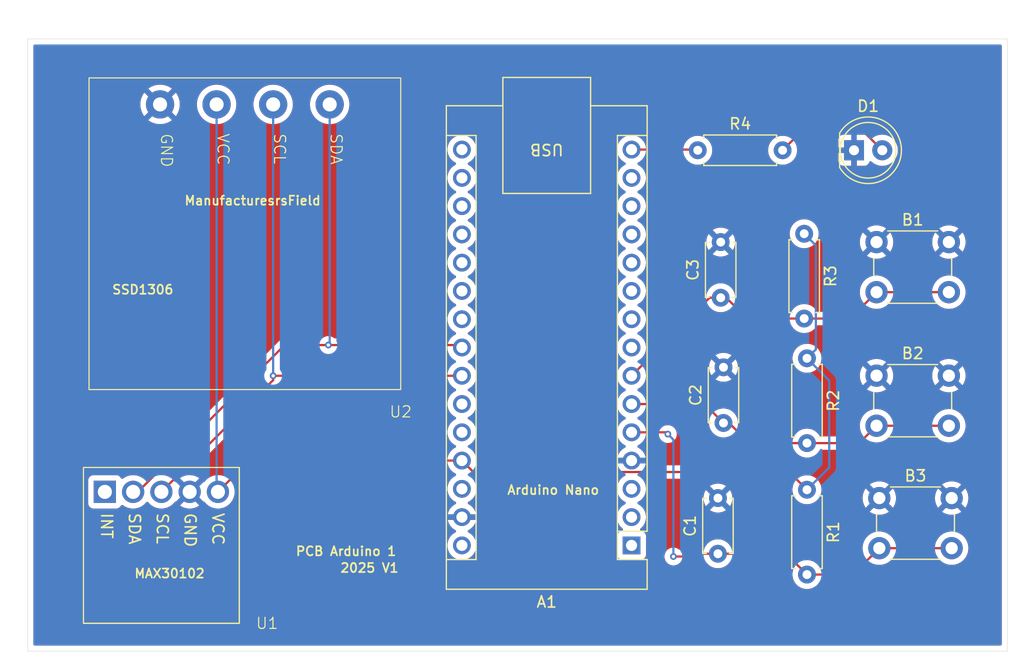
<source format=kicad_pcb>
(kicad_pcb (version 20241229) (generator "pcbnew") (generator_version "9.0")
  (layers (0 "F.Cu" signal "Front") (4 "In1.Cu" signal) (6 "In2.Cu" signal) (2 "B.Cu" signal "Back") (13 "F.Paste" user) (15 "B.Paste" user) (5 "F.SilkS" user) (7 "B.SilkS" user) (1 "F.Mask" user) (3 "B.Mask" user) (25 "Edge.Cuts" user))
  (net 0 "")
  (net 1 "GND")
  (net 2 "Net-(A1-D12)")
  (net 3 "+5V")
  (net 15 "Net-(A1-A5)")
  (net 16 "Net-(A1-A4)")
  (net 17 "Net-(A1-D3)")
  (net 19 "Net-(A1-D4)")
  (net 23 "Net-(A1-D2)")
  (net 30 "Net-(D1-A)")
  (footprint "Resistor_THT:R_Axial_DIN0207_L6.3mm_D2.5mm_P7.62mm_Horizontal" (layer "F.Cu") (at 123.69 73.5)
    (property "Reference" "R4" (at 3.81 -2.37 0) (layer "F.SilkS"))
    (property "Value" "1k")
    (fp_line (start 0.54 -1.37) (end 7.08 -1.37) (stroke (width 0.12)) (layer "F.SilkS"))
    (fp_line (start 0.54 -1.04) (end 0.54 -1.37) (stroke (width 0.12)) (layer "F.SilkS"))
    (fp_line (start 0.54 1.04) (end 0.54 1.37) (stroke (width 0.12)) (layer "F.SilkS"))
    (fp_line (start 0.54 1.37) (end 7.08 1.37) (stroke (width 0.12)) (layer "F.SilkS"))
    (fp_line (start 7.08 -1.37) (end 7.08 -1.04) (stroke (width 0.12)) (layer "F.SilkS"))
    (fp_line (start 7.08 1.37) (end 7.08 1.04) (stroke (width 0.12)) (layer "F.SilkS"))
    (pad "1" thru_hole circle (at 0 0) (size 1.6 1.6) (drill 0.8) (layers "*.Cu" "*.Mask") (net 2 "Net-(A1-D12)"))
    (pad "2" thru_hole circle (at 7.62 0) (size 1.6 1.6) (drill 0.8) (layers "*.Cu" "*.Mask") (net 30 "Net-(D1-A)"))
  )
  (footprint "Library:MAX30102" (layer "F.Cu") (at 75.5 108)
    (property "Reference" "U1" (at 9.5 8 0) (layer "F.SilkS") (effects (font (thickness 0.1))))
    (property "Value" "Max30102")
    (fp_line (start -7 -6) (end 7 -6) (stroke (width 0.1)) (layer "F.SilkS"))
    (fp_line (start -7 8) (end -7 -6) (stroke (width 0.1)) (layer "F.SilkS"))
    (fp_line (start 7 -6) (end 7 8) (stroke (width 0.1)) (layer "F.SilkS"))
    (fp_line (start 7 8) (end -7 8) (stroke (width 0.1)) (layer "F.SilkS"))
    (fp_rect (start -7 -6) (end 7 8) (stroke (width 0.1)) (fill no) (layer "F.SilkS"))
    (fp_text user "SCL" (at -0.5 -2 270) (layer "F.SilkS") (effects (justify left bottom)))
    (fp_text user "VCC" (at 4.5 -2 270) (layer "F.SilkS") (effects (justify left bottom)))
    (fp_text user "SDA" (at -3 -2 270) (layer "F.SilkS") (effects (justify left bottom)))
    (fp_text user "INT" (at -5.5 -2 270) (layer "F.SilkS") (effects (justify left bottom)))
    (fp_text user "GND" (at 2 -2 270) (layer "F.SilkS") (effects (justify left bottom)))
    (pad "1" thru_hole rect (at -5.08 -3.81) (size 2 2) (drill 1.27) (layers "*.Cu" "*.Mask"))
    (pad "2" thru_hole circle (at -2.54 -3.81) (size 2 2) (drill 1.27) (layers "*.Cu" "*.Mask") (net 16 "Net-(A1-A4)"))
    (pad "3" thru_hole circle (at 0 -3.81) (size 2 2) (drill 1.27) (layers "*.Cu" "*.Mask") (net 15 "Net-(A1-A5)"))
    (pad "4" thru_hole circle (at 2.54 -3.81) (size 2 2) (drill 1.27) (layers "*.Cu" "*.Mask") (net 1 "GND"))
    (pad "5" thru_hole circle (at 5.08 -3.81) (size 2 2) (drill 1.27) (layers "*.Cu" "*.Mask") (net 3 "+5V"))
  )
  (footprint "Resistor_THT:R_Axial_DIN0207_L6.3mm_D2.5mm_P7.62mm_Horizontal" (layer "F.Cu") (at 133.5 104 -90)
    (property "Reference" "R1" (at 3.81 -2.37 90) (layer "F.SilkS"))
    (property "Value" "1k")
    (fp_line (start 0.54 1.37) (end 7.08 1.37) (stroke (width 0.12)) (layer "F.SilkS"))
    (fp_line (start 7.08 1.37) (end 7.08 1.04) (stroke (width 0.12)) (layer "F.SilkS"))
    (fp_line (start 0.54 1.04) (end 0.54 1.37) (stroke (width 0.12)) (layer "F.SilkS"))
    (fp_line (start 0.54 -1.04) (end 0.54 -1.37) (stroke (width 0.12)) (layer "F.SilkS"))
    (fp_line (start 0.54 -1.37) (end 7.08 -1.37) (stroke (width 0.12)) (layer "F.SilkS"))
    (fp_line (start 7.08 -1.37) (end 7.08 -1.04) (stroke (width 0.12)) (layer "F.SilkS"))
    (pad "1" thru_hole circle (at 0 0 270) (size 1.6 1.6) (drill 0.8) (layers "*.Cu" "*.Mask") (net 3 "+5V"))
    (pad "2" thru_hole circle (at 7.62 0 270) (size 1.6 1.6) (drill 0.8) (layers "*.Cu" "*.Mask") (net 23 "Net-(A1-D2)"))
  )
  (footprint "LED_THT:LED_D5.0mm" (layer "F.Cu") (at 137.725 73.5)
    (property "Reference" "D1" (at 1.27 -3.96 0) (layer "F.SilkS"))
    (property "Value" "LED")
    (fp_line (start -1.29 -1.545) (end -1.29 1.545) (stroke (width 0.12)) (layer "F.SilkS"))
    (fp_arc (start -1.29 -1.54483) (mid 2.071779 -2.880495) (end 4.26 0) (stroke (width 0.12)) (layer "F.SilkS"))
    (fp_arc (start 4.26 0) (mid 2.071779 2.880495) (end -1.29 1.54483) (stroke (width 0.12)) (layer "F.SilkS"))
    (fp_circle (center 1.27 0) (end 3.77 0) (stroke (width 0.12)) (fill no) (layer "F.SilkS"))
    (pad "1" thru_hole rect (at 0 0) (size 1.8 1.8) (drill 0.9) (layers "*.Cu" "*.Mask") (net 1 "GND"))
    (pad "2" thru_hole circle (at 2.54 0) (size 1.8 1.8) (drill 0.9) (layers "*.Cu" "*.Mask") (net 30 "Net-(D1-A)"))
  )
  (footprint "Resistor_THT:R_Axial_DIN0207_L6.3mm_D2.5mm_P7.62mm_Horizontal" (layer "F.Cu") (at 133.5 92.19 -90)
    (property "Reference" "R2" (at 3.81 -2.37 90) (layer "F.SilkS"))
    (property "Value" "1k")
    (fp_line (start 0.54 1.37) (end 7.08 1.37) (stroke (width 0.12)) (layer "F.SilkS"))
    (fp_line (start 7.08 1.37) (end 7.08 1.04) (stroke (width 0.12)) (layer "F.SilkS"))
    (fp_line (start 0.54 1.04) (end 0.54 1.37) (stroke (width 0.12)) (layer "F.SilkS"))
    (fp_line (start 0.54 -1.04) (end 0.54 -1.37) (stroke (width 0.12)) (layer "F.SilkS"))
    (fp_line (start 0.54 -1.37) (end 7.08 -1.37) (stroke (width 0.12)) (layer "F.SilkS"))
    (fp_line (start 7.08 -1.37) (end 7.08 -1.04) (stroke (width 0.12)) (layer "F.SilkS"))
    (pad "1" thru_hole circle (at 0 0 270) (size 1.6 1.6) (drill 0.8) (layers "*.Cu" "*.Mask") (net 3 "+5V"))
    (pad "2" thru_hole circle (at 7.62 0 270) (size 1.6 1.6) (drill 0.8) (layers "*.Cu" "*.Mask") (net 17 "Net-(A1-D3)"))
  )
  (footprint "Capacitor_THT:C_Disc_D4.7mm_W2.5mm_P5.00mm" (layer "F.Cu") (at 125.75 86.75 90)
    (property "Reference" "C3" (at 2.5 -2.5 90) (layer "F.SilkS"))
    (property "Value" "100n")
    (fp_line (start 4.97 -1.37) (end 4.97 -1.04) (stroke (width 0.12)) (layer "F.SilkS"))
    (fp_line (start 0.03 -1.37) (end 4.97 -1.37) (stroke (width 0.12)) (layer "F.SilkS"))
    (fp_line (start 0.03 -1.04) (end 0.03 -1.37) (stroke (width 0.12)) (layer "F.SilkS"))
    (fp_line (start 4.97 1.04) (end 4.97 1.37) (stroke (width 0.12)) (layer "F.SilkS"))
    (fp_line (start 4.97 1.37) (end 0.03 1.37) (stroke (width 0.12)) (layer "F.SilkS"))
    (fp_line (start 0.03 1.37) (end 0.03 1.04) (stroke (width 0.12)) (layer "F.SilkS"))
    (pad "1" thru_hole circle (at 0 0 90) (size 1.6 1.6) (drill 0.8) (layers "*.Cu" "*.Mask") (net 19 "Net-(A1-D4)"))
    (pad "2" thru_hole circle (at 5 0 90) (size 1.6 1.6) (drill 0.8) (layers "*.Cu" "*.Mask") (net 1 "GND"))
  )
  (footprint "Capacitor_THT:C_Disc_D4.7mm_W2.5mm_P5.00mm" (layer "F.Cu") (at 125.5 109.75 90)
    (property "Reference" "C1" (at 2.5 -2.5 90) (layer "F.SilkS"))
    (property "Value" "100n")
    (fp_line (start 4.97 -1.37) (end 4.97 -1.04) (stroke (width 0.12)) (layer "F.SilkS"))
    (fp_line (start 0.03 -1.37) (end 4.97 -1.37) (stroke (width 0.12)) (layer "F.SilkS"))
    (fp_line (start 0.03 -1.04) (end 0.03 -1.37) (stroke (width 0.12)) (layer "F.SilkS"))
    (fp_line (start 4.97 1.04) (end 4.97 1.37) (stroke (width 0.12)) (layer "F.SilkS"))
    (fp_line (start 4.97 1.37) (end 0.03 1.37) (stroke (width 0.12)) (layer "F.SilkS"))
    (fp_line (start 0.03 1.37) (end 0.03 1.04) (stroke (width 0.12)) (layer "F.SilkS"))
    (pad "1" thru_hole circle (at 0 0 90) (size 1.6 1.6) (drill 0.8) (layers "*.Cu" "*.Mask") (net 23 "Net-(A1-D2)"))
    (pad "2" thru_hole circle (at 5 0 90) (size 1.6 1.6) (drill 0.8) (layers "*.Cu" "*.Mask") (net 1 "GND"))
  )
  (footprint "Module:Arduino_Nano" (layer "F.Cu") (at 117.74 109 180)
    (property "Reference" "A1" (at 7.62 -5.08 0) (layer "F.SilkS"))
    (property "Value" "Arduino_Nano_v3.x")
    (fp_line (start 16.64 39.5) (end 16.64 -3.94) (stroke (width 0.12)) (layer "F.SilkS"))
    (fp_line (start 16.64 39.5) (end 11.56 39.5) (stroke (width 0.12)) (layer "F.SilkS"))
    (fp_line (start 16.64 -3.94) (end -1.4 -3.94) (stroke (width 0.12)) (layer "F.SilkS"))
    (fp_line (start 13.97 36.83) (end 16.64 36.83) (stroke (width 0.12)) (layer "F.SilkS"))
    (fp_line (start 13.97 -1.27) (end 16.64 -1.27) (stroke (width 0.12)) (layer "F.SilkS"))
    (fp_line (start 13.97 -1.27) (end 13.97 36.83) (stroke (width 0.12)) (layer "F.SilkS"))
    (fp_line (start 11.56 42.04) (end 3.68 42.04) (stroke (width 0.12)) (layer "F.SilkS"))
    (fp_line (start 11.56 31.62) (end 11.56 42.04) (stroke (width 0.12)) (layer "F.SilkS"))
    (fp_line (start 3.68 42.04) (end 3.68 31.62) (stroke (width 0.12)) (layer "F.SilkS"))
    (fp_line (start 3.68 31.62) (end 11.56 31.62) (stroke (width 0.12)) (layer "F.SilkS"))
    (fp_line (start 1.27 36.83) (end -1.4 36.83) (stroke (width 0.12)) (layer "F.SilkS"))
    (fp_line (start 1.27 1.27) (end 1.27 36.83) (stroke (width 0.12)) (layer "F.SilkS"))
    (fp_line (start 1.27 1.27) (end 1.27 -1.27) (stroke (width 0.12)) (layer "F.SilkS"))
    (fp_line (start 1.27 1.27) (end -1.4 1.27) (stroke (width 0.12)) (layer "F.SilkS"))
    (fp_line (start 1.27 -1.27) (end -1.4 -1.27) (stroke (width 0.12)) (layer "F.SilkS"))
    (fp_line (start -1.4 39.5) (end 3.68 39.5) (stroke (width 0.12)) (layer "F.SilkS"))
    (fp_line (start -1.4 1.27) (end -1.4 39.5) (stroke (width 0.12)) (layer "F.SilkS"))
    (fp_line (start -1.4 -3.94) (end -1.4 -1.27) (stroke (width 0.12)) (layer "F.SilkS"))
    (fp_text user "USB" (at 7.62 35.56 180) (layer "F.SilkS"))
    (pad "1" thru_hole rect (at 0 0 180) (size 1.6 1.6) (drill 1) (layers "*.Cu" "*.Mask"))
    (pad "2" thru_hole oval (at 0 2.54 180) (size 1.6 1.6) (drill 1) (layers "*.Cu" "*.Mask"))
    (pad "3" thru_hole oval (at 0 5.08 180) (size 1.6 1.6) (drill 1) (layers "*.Cu" "*.Mask"))
    (pad "4" thru_hole oval (at 0 7.62 180) (size 1.6 1.6) (drill 1) (layers "*.Cu" "*.Mask") (net 1 "GND"))
    (pad "5" thru_hole oval (at 0 10.16 180) (size 1.6 1.6) (drill 1) (layers "*.Cu" "*.Mask") (net 23 "Net-(A1-D2)"))
    (pad "6" thru_hole oval (at 0 12.7 180) (size 1.6 1.6) (drill 1) (layers "*.Cu" "*.Mask") (net 17 "Net-(A1-D3)"))
    (pad "7" thru_hole oval (at 0 15.24 180) (size 1.6 1.6) (drill 1) (layers "*.Cu" "*.Mask") (net 19 "Net-(A1-D4)"))
    (pad "8" thru_hole oval (at 0 17.78 180) (size 1.6 1.6) (drill 1) (layers "*.Cu" "*.Mask"))
    (pad "9" thru_hole oval (at 0 20.32 180) (size 1.6 1.6) (drill 1) (layers "*.Cu" "*.Mask"))
    (pad "10" thru_hole oval (at 0 22.86 180) (size 1.6 1.6) (drill 1) (layers "*.Cu" "*.Mask"))
    (pad "11" thru_hole oval (at 0 25.4 180) (size 1.6 1.6) (drill 1) (layers "*.Cu" "*.Mask"))
    (pad "12" thru_hole oval (at 0 27.94 180) (size 1.6 1.6) (drill 1) (layers "*.Cu" "*.Mask"))
    (pad "13" thru_hole oval (at 0 30.48 180) (size 1.6 1.6) (drill 1) (layers "*.Cu" "*.Mask"))
    (pad "14" thru_hole oval (at 0 33.02 180) (size 1.6 1.6) (drill 1) (layers "*.Cu" "*.Mask"))
    (pad "15" thru_hole oval (at 0 35.56 180) (size 1.6 1.6) (drill 1) (layers "*.Cu" "*.Mask") (net 2 "Net-(A1-D12)"))
    (pad "16" thru_hole oval (at 15.24 35.56 180) (size 1.6 1.6) (drill 1) (layers "*.Cu" "*.Mask"))
    (pad "17" thru_hole oval (at 15.24 33.02 180) (size 1.6 1.6) (drill 1) (layers "*.Cu" "*.Mask"))
    (pad "18" thru_hole oval (at 15.24 30.48 180) (size 1.6 1.6) (drill 1) (layers "*.Cu" "*.Mask"))
    (pad "19" thru_hole oval (at 15.24 27.94 180) (size 1.6 1.6) (drill 1) (layers "*.Cu" "*.Mask"))
    (pad "20" thru_hole oval (at 15.24 25.4 180) (size 1.6 1.6) (drill 1) (layers "*.Cu" "*.Mask"))
    (pad "21" thru_hole oval (at 15.24 22.86 180) (size 1.6 1.6) (drill 1) (layers "*.Cu" "*.Mask"))
    (pad "22" thru_hole oval (at 15.24 20.32 180) (size 1.6 1.6) (drill 1) (layers "*.Cu" "*.Mask"))
    (pad "23" thru_hole oval (at 15.24 17.78 180) (size 1.6 1.6) (drill 1) (layers "*.Cu" "*.Mask") (net 16 "Net-(A1-A4)"))
    (pad "24" thru_hole oval (at 15.24 15.24 180) (size 1.6 1.6) (drill 1) (layers "*.Cu" "*.Mask") (net 15 "Net-(A1-A5)"))
    (pad "25" thru_hole oval (at 15.24 12.7 180) (size 1.6 1.6) (drill 1) (layers "*.Cu" "*.Mask"))
    (pad "26" thru_hole oval (at 15.24 10.16 180) (size 1.6 1.6) (drill 1) (layers "*.Cu" "*.Mask"))
    (pad "27" thru_hole oval (at 15.24 7.62 180) (size 1.6 1.6) (drill 1) (layers "*.Cu" "*.Mask") (net 3 "+5V"))
    (pad "28" thru_hole oval (at 15.24 5.08 180) (size 1.6 1.6) (drill 1) (layers "*.Cu" "*.Mask"))
    (pad "29" thru_hole oval (at 15.24 2.54 180) (size 1.6 1.6) (drill 1) (layers "*.Cu" "*.Mask") (net 1 "GND"))
    (pad "30" thru_hole oval (at 15.24 0 180) (size 1.6 1.6) (drill 1) (layers "*.Cu" "*.Mask"))
  )
  (footprint "Capacitor_THT:C_Disc_D4.7mm_W2.5mm_P5.00mm" (layer "F.Cu") (at 126 98 90)
    (property "Reference" "C2" (at 2.5 -2.5 90) (layer "F.SilkS"))
    (property "Value" "100n")
    (fp_line (start 4.97 -1.37) (end 4.97 -1.04) (stroke (width 0.12)) (layer "F.SilkS"))
    (fp_line (start 0.03 -1.37) (end 4.97 -1.37) (stroke (width 0.12)) (layer "F.SilkS"))
    (fp_line (start 0.03 -1.04) (end 0.03 -1.37) (stroke (width 0.12)) (layer "F.SilkS"))
    (fp_line (start 4.97 1.04) (end 4.97 1.37) (stroke (width 0.12)) (layer "F.SilkS"))
    (fp_line (start 4.97 1.37) (end 0.03 1.37) (stroke (width 0.12)) (layer "F.SilkS"))
    (fp_line (start 0.03 1.37) (end 0.03 1.04) (stroke (width 0.12)) (layer "F.SilkS"))
    (pad "1" thru_hole circle (at 0 0 90) (size 1.6 1.6) (drill 0.8) (layers "*.Cu" "*.Mask") (net 17 "Net-(A1-D3)"))
    (pad "2" thru_hole circle (at 5 0 90) (size 1.6 1.6) (drill 0.8) (layers "*.Cu" "*.Mask") (net 1 "GND"))
  )
  (footprint "Button_Switch_THT:SW_PUSH_6mm" (layer "F.Cu") (at 140 104.75)
    (property "Reference" "B3" (at 3.25 -2 0) (layer "F.SilkS"))
    (property "Value" "SW_Push")
    (fp_line (start -0.25 1.5) (end -0.25 3) (stroke (width 0.12)) (layer "F.SilkS"))
    (fp_line (start 1 5.5) (end 5.5 5.5) (stroke (width 0.12)) (layer "F.SilkS"))
    (fp_line (start 5.5 -1) (end 1 -1) (stroke (width 0.12)) (layer "F.SilkS"))
    (fp_line (start 6.75 3) (end 6.75 1.5) (stroke (width 0.12)) (layer "F.SilkS"))
    (pad "1" thru_hole circle (at 0 0 90) (size 2 2) (drill 1.1) (layers "*.Cu" "*.Mask") (net 1 "GND"))
    (pad "1" thru_hole circle (at 6.5 0 90) (size 2 2) (drill 1.1) (layers "*.Cu" "*.Mask") (net 1 "GND"))
    (pad "2" thru_hole circle (at 0 4.5 90) (size 2 2) (drill 1.1) (layers "*.Cu" "*.Mask") (net 23 "Net-(A1-D2)"))
    (pad "2" thru_hole circle (at 6.5 4.5 90) (size 2 2) (drill 1.1) (layers "*.Cu" "*.Mask") (net 23 "Net-(A1-D2)"))
  )
  (footprint "Library:SSD" (layer "F.Cu") (at 83 77)
    (property "Reference" "U2" (at 14 20 0) (layer "F.SilkS") (effects (font (thickness 0.1))))
    (property "Value" "SSD1306")
    (fp_rect (start -14 -10) (end 14 18) (stroke (width 0.1)) (fill no) (layer "F.SilkS"))
    (fp_text user "GND" (at -7.62 -5.08 270) (layer "F.SilkS") (effects (font (thickness 0.1)) (justify left bottom)))
    (fp_text user "SCL" (at 2.54 -5.08 270) (layer "F.SilkS") (effects (font (thickness 0.1)) (justify left bottom)))
    (fp_text user "VCC" (at -2.54 -5.08 270) (layer "F.SilkS") (effects (font (thickness 0.1)) (justify left bottom)))
    (fp_text user "SDA" (at 7.62 -5.08 270) (layer "F.SilkS") (effects (font (thickness 0.1)) (justify left bottom)))
    (pad "1" thru_hole circle (at -7.62 -7.62) (size 2.54 2.54) (drill 1.27) (layers "*.Cu" "*.Mask") (net 1 "GND"))
    (pad "2" thru_hole circle (at -2.54 -7.62) (size 2.54 2.54) (drill 1.27) (layers "*.Cu" "*.Mask") (net 3 "+5V"))
    (pad "3" thru_hole circle (at 2.54 -7.62) (size 2.54 2.54) (drill 1.27) (layers "*.Cu" "*.Mask") (net 15 "Net-(A1-A5)"))
    (pad "4" thru_hole circle (at 7.62 -7.62) (size 2.54 2.54) (drill 1.27) (layers "*.Cu" "*.Mask") (net 16 "Net-(A1-A4)"))
  )
  (footprint "Button_Switch_THT:SW_PUSH_6mm" (layer "F.Cu") (at 139.75 81.75)
    (property "Reference" "B1" (at 3.25 -2 0) (layer "F.SilkS"))
    (property "Value" "SW_Push")
    (fp_line (start -0.25 1.5) (end -0.25 3) (stroke (width 0.12)) (layer "F.SilkS"))
    (fp_line (start 1 5.5) (end 5.5 5.5) (stroke (width 0.12)) (layer "F.SilkS"))
    (fp_line (start 5.5 -1) (end 1 -1) (stroke (width 0.12)) (layer "F.SilkS"))
    (fp_line (start 6.75 3) (end 6.75 1.5) (stroke (width 0.12)) (layer "F.SilkS"))
    (pad "1" thru_hole circle (at 0 0 90) (size 2 2) (drill 1.1) (layers "*.Cu" "*.Mask") (net 1 "GND"))
    (pad "1" thru_hole circle (at 6.5 0 90) (size 2 2) (drill 1.1) (layers "*.Cu" "*.Mask") (net 1 "GND"))
    (pad "2" thru_hole circle (at 0 4.5 90) (size 2 2) (drill 1.1) (layers "*.Cu" "*.Mask") (net 19 "Net-(A1-D4)"))
    (pad "2" thru_hole circle (at 6.5 4.5 90) (size 2 2) (drill 1.1) (layers "*.Cu" "*.Mask") (net 19 "Net-(A1-D4)"))
  )
  (footprint "Button_Switch_THT:SW_PUSH_6mm" (layer "F.Cu") (at 139.75 93.75)
    (property "Reference" "B2" (at 3.25 -2 0) (layer "F.SilkS"))
    (property "Value" "SW_Push")
    (fp_line (start -0.25 1.5) (end -0.25 3) (stroke (width 0.12)) (layer "F.SilkS"))
    (fp_line (start 1 5.5) (end 5.5 5.5) (stroke (width 0.12)) (layer "F.SilkS"))
    (fp_line (start 5.5 -1) (end 1 -1) (stroke (width 0.12)) (layer "F.SilkS"))
    (fp_line (start 6.75 3) (end 6.75 1.5) (stroke (width 0.12)) (layer "F.SilkS"))
    (pad "1" thru_hole circle (at 0 0 90) (size 2 2) (drill 1.1) (layers "*.Cu" "*.Mask") (net 1 "GND"))
    (pad "1" thru_hole circle (at 6.5 0 90) (size 2 2) (drill 1.1) (layers "*.Cu" "*.Mask") (net 1 "GND"))
    (pad "2" thru_hole circle (at 0 4.5 90) (size 2 2) (drill 1.1) (layers "*.Cu" "*.Mask") (net 17 "Net-(A1-D3)"))
    (pad "2" thru_hole circle (at 6.5 4.5 90) (size 2 2) (drill 1.1) (layers "*.Cu" "*.Mask") (net 17 "Net-(A1-D3)"))
  )
  (footprint "Resistor_THT:R_Axial_DIN0207_L6.3mm_D2.5mm_P7.62mm_Horizontal" (layer "F.Cu") (at 133.25 81 -90)
    (property "Reference" "R3" (at 3.81 -2.37 90) (layer "F.SilkS"))
    (property "Value" "1k")
    (fp_line (start 0.54 1.37) (end 7.08 1.37) (stroke (width 0.12)) (layer "F.SilkS"))
    (fp_line (start 7.08 1.37) (end 7.08 1.04) (stroke (width 0.12)) (layer "F.SilkS"))
    (fp_line (start 0.54 1.04) (end 0.54 1.37) (stroke (width 0.12)) (layer "F.SilkS"))
    (fp_line (start 0.54 -1.04) (end 0.54 -1.37) (stroke (width 0.12)) (layer "F.SilkS"))
    (fp_line (start 0.54 -1.37) (end 7.08 -1.37) (stroke (width 0.12)) (layer "F.SilkS"))
    (fp_line (start 7.08 -1.37) (end 7.08 -1.04) (stroke (width 0.12)) (layer "F.SilkS"))
    (pad "1" thru_hole circle (at 0 0 270) (size 1.6 1.6) (drill 0.8) (layers "*.Cu" "*.Mask") (net 3 "+5V"))
    (pad "2" thru_hole circle (at 7.62 0 270) (size 1.6 1.6) (drill 0.8) (layers "*.Cu" "*.Mask") (net 19 "Net-(A1-D4)"))
  )
  (gr_line (start 64.5 118.5) (end 63.5 118.5) (stroke (width 0.0381)) (layer "Edge.Cuts"))
  (gr_line (start 151.5 118.5) (end 64.5 118.5) (stroke (width 0.0381)) (layer "Edge.Cuts"))
  (gr_line (start 63.5 63.5) (end 63.5 118.5) (stroke (width 0.0381)) (layer "Edge.Cuts"))
  (gr_line (start 151.5 63.5) (end 151.5 118.5) (stroke (width 0.0381)) (layer "Edge.Cuts"))
  (gr_line (start 63.5 63.5) (end 151.5 63.5) (stroke (width 0.0381)) (layer "Edge.Cuts"))
  (gr_text "PCB Arduino 1\n" (at 87.5 110 0) (layer "F.SilkS") (effects (font (size 0.8128 0.8128) (thickness 0.1524) (bold yes)) (justify left bottom)))
  (gr_text "Arduino Nano" (at 106.5 104.5 0) (layer "F.SilkS") (effects (font (size 0.8128 0.8128) (thickness 0.1524) (bold yes)) (justify left bottom)))
  (gr_text "SSD1306" (at 71 86.5 0) (layer "F.SilkS") (effects (font (size 0.8128 0.8128) (thickness 0.1524) (bold yes)) (justify left bottom)))
  (gr_text "MAX30102\n" (at 73 112 0) (layer "F.SilkS") (effects (font (size 0.8128 0.8128) (thickness 0.1524) (bold yes)) (justify left bottom)))
  (gr_text "ManufacturesrsField\n" (at 77.5 78.5 0) (layer "F.SilkS") (effects (font (size 0.8128 0.8128) (thickness 0.1524) (bold yes)) (justify left bottom)))
  (gr_text "2025 V1\n" (at 91.5 111.5 0) (layer "F.SilkS") (effects (font (size 0.8128 0.8128) (thickness 0.1524) (bold yes)) (justify left bottom)))
  (segment (start 117.74 73.44) (end 123.63 73.44) (width 0.2) (layer "F.Cu") (net 2))
  (segment (start 123.63 73.44) (end 123.69 73.5) (width 0.2) (layer "F.Cu") (net 2))
  (segment (start 103.528 102.408) (end 102.5 101.38) (width 0.2) (layer "F.Cu") (net 3))
  (segment (start 131.908 102.408) (end 103.528 102.408) (width 0.2) (layer "F.Cu") (net 3))
  (segment (start 133.5 104) (end 131.908 102.408) (width 0.2) (layer "F.Cu") (net 3))
  (segment (start 80.58 104.19) (end 83.39 101.38) (width 0.2) (layer "F.Cu") (net 3))
  (segment (start 83.39 101.38) (end 102.5 101.38) (width 0.2) (layer "F.Cu") (net 3))
  (segment (start 80.46 104.07) (end 80.58 104.19) (width 0.2) (layer "B.Cu") (net 3))
  (segment (start 80.46 69.38) (end 80.46 104.07) (width 0.2) (layer "B.Cu") (net 3))
  (segment (start 134.299999 91.390001) (end 134.299999 82.049999) (width 0.2) (layer "B.Cu") (net 3))
  (segment (start 133.5 104) (end 135.5 102) (width 0.2) (layer "B.Cu") (net 3))
  (segment (start 134.299999 82.049999) (end 133.25 81) (width 0.2) (layer "B.Cu") (net 3))
  (segment (start 135.5 94.19) (end 133.5 92.19) (width 0.2) (layer "B.Cu") (net 3))
  (segment (start 135.5 102) (end 135.5 94.19) (width 0.2) (layer "B.Cu") (net 3))
  (segment (start 133.5 92.19) (end 134.299999 91.390001) (width 0.2) (layer "B.Cu") (net 3))
  (segment (start 85.54 93.76) (end 102.5 93.76) (width 0.2) (layer "F.Cu") (net 15))
  (segment (start 85.54 94.15) (end 75.5 104.19) (width 0.2) (layer "F.Cu") (net 15))
  (segment (start 85.54 93.76) (end 85.54 94.15) (width 0.2) (layer "F.Cu") (net 15))
  (via (at 85.54 93.76) (size 0.6) (drill 0.3) (layers "F.Cu" "B.Cu") (net 15))
  (segment (start 85.54 93.76) (end 85.54 69.38) (width 0.2) (layer "B.Cu") (net 15))
  (segment (start 73.385 104.19) (end 72.96 104.19) (width 0.2) (layer "F.Cu") (net 16))
  (segment (start 86.575 91) (end 73.385 104.19) (width 0.2) (layer "F.Cu") (net 16))
  (segment (start 102.5 91.22) (end 102.28 91) (width 0.2) (layer "F.Cu") (net 16))
  (segment (start 102.28 91) (end 90.5 91) (width 0.2) (layer "F.Cu") (net 16))
  (segment (start 90.5 91) (end 86.575 91) (width 0.2) (layer "F.Cu") (net 16))
  (via (at 90.5 91) (size 0.6) (drill 0.3) (layers "F.Cu" "B.Cu") (net 16))
  (segment (start 90.62 90.88) (end 90.62 69.38) (width 0.2) (layer "B.Cu") (net 16))
  (segment (start 90.5 91) (end 90.62 90.88) (width 0.2) (layer "B.Cu") (net 16))
  (segment (start 117.74 96.3) (end 124.3 96.3) (width 0.2) (layer "F.Cu") (net 17))
  (segment (start 139.75 98.25) (end 146.25 98.25) (width 0.2) (layer "F.Cu") (net 17))
  (segment (start 133.5 99.81) (end 138.19 99.81) (width 0.2) (layer "F.Cu") (net 17))
  (segment (start 126.5 98) (end 128.31 99.81) (width 0.2) (layer "F.Cu") (net 17))
  (segment (start 126 98) (end 126.5 98) (width 0.2) (layer "F.Cu") (net 17))
  (segment (start 138.19 99.81) (end 139.75 98.25) (width 0.2) (layer "F.Cu") (net 17))
  (segment (start 128.31 99.81) (end 133.5 99.81) (width 0.2) (layer "F.Cu") (net 17))
  (segment (start 124.3 96.3) (end 126 98) (width 0.2) (layer "F.Cu") (net 17))
  (segment (start 124.75 86.75) (end 125.75 86.75) (width 0.2) (layer "F.Cu") (net 19))
  (segment (start 128.12 88.62) (end 133.25 88.62) (width 0.2) (layer "F.Cu") (net 19))
  (segment (start 137.38 88.62) (end 139.75 86.25) (width 0.2) (layer "F.Cu") (net 19))
  (segment (start 139.75 86.25) (end 146.25 86.25) (width 0.2) (layer "F.Cu") (net 19))
  (segment (start 125.75 86.75) (end 126.25 86.75) (width 0.2) (layer "F.Cu") (net 19))
  (segment (start 126.25 86.75) (end 128.12 88.62) (width 0.2) (layer "F.Cu") (net 19))
  (segment (start 133.25 88.62) (end 137.38 88.62) (width 0.2) (layer "F.Cu") (net 19))
  (segment (start 117.74 93.76) (end 124.75 86.75) (width 0.2) (layer "F.Cu") (net 19))
  (segment (start 131.63 109.75) (end 133.5 111.62) (width 0.2) (layer "F.Cu") (net 23))
  (segment (start 120.84 98.84) (end 121 99) (width 0.2) (layer "F.Cu") (net 23))
  (segment (start 137.63 111.62) (end 140 109.25) (width 0.2) (layer "F.Cu") (net 23))
  (segment (start 140 109.25) (end 146.5 109.25) (width 0.2) (layer "F.Cu") (net 23))
  (segment (start 133.5 111.62) (end 137.63 111.62) (width 0.2) (layer "F.Cu") (net 23))
  (segment (start 121.5 110) (end 122.5 110) (width 0.2) (layer "F.Cu") (net 23))
  (segment (start 117.74 98.84) (end 120.84 98.84) (width 0.2) (layer "F.Cu") (net 23))
  (segment (start 125.5 109.75) (end 131.63 109.75) (width 0.2) (layer "F.Cu") (net 23))
  (segment (start 122.5 110) (end 122.75 109.75) (width 0.2) (layer "F.Cu") (net 23))
  (segment (start 122.75 109.75) (end 125.5 109.75) (width 0.2) (layer "F.Cu") (net 23))
  (via (at 121.5 110) (size 0.6) (drill 0.3) (layers "F.Cu" "B.Cu") (net 23))
  (via (at 121 99) (size 0.6) (drill 0.3) (layers "F.Cu" "B.Cu") (net 23))
  (segment (start 121.5 99.5) (end 121.5 110) (width 0.2) (layer "B.Cu") (net 23))
  (segment (start 121 99) (end 121.5 99.5) (width 0.2) (layer "B.Cu") (net 23))
  (segment (start 131.31 73.5) (end 132.81 72) (width 0.2) (layer "F.Cu") (net 30))
  (segment (start 132.81 72) (end 138.765 72) (width 0.2) (layer "F.Cu") (net 30))
  (segment (start 138.765 72) (end 140.265 73.5) (width 0.2) (layer "F.Cu") (net 30))
  (zone (net 1) (net_name "GND") (layers "F.Cu" "B.Cu") (connect_pads (clearance 0.5)) (min_thickness 0.25) (fill yes (thermal_gap 0.5) (thermal_bridge_width 0.5))
    (polygon (pts (xy 61 60) (xy 61 120) (xy 153 120) (xy 153 60)))
  )
)
</source>
